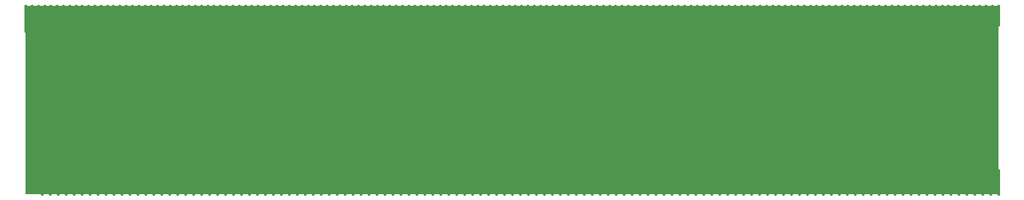
<source format=gbr>
%TF.GenerationSoftware,KiCad,Pcbnew,7.0.1*%
%TF.CreationDate,2023-09-01T22:28:08+01:00*%
%TF.ProjectId,Ruler_KiCad,52756c65-725f-44b6-9943-61642e6b6963,rev?*%
%TF.SameCoordinates,Original*%
%TF.FileFunction,Copper,L1,Top*%
%TF.FilePolarity,Positive*%
%FSLAX46Y46*%
G04 Gerber Fmt 4.6, Leading zero omitted, Abs format (unit mm)*
G04 Created by KiCad (PCBNEW 7.0.1) date 2023-09-01 22:28:08*
%MOMM*%
%LPD*%
G01*
G04 APERTURE LIST*
G04 Aperture macros list*
%AMRoundRect*
0 Rectangle with rounded corners*
0 $1 Rounding radius*
0 $2 $3 $4 $5 $6 $7 $8 $9 X,Y pos of 4 corners*
0 Add a 4 corners polygon primitive as box body*
4,1,4,$2,$3,$4,$5,$6,$7,$8,$9,$2,$3,0*
0 Add four circle primitives for the rounded corners*
1,1,$1+$1,$2,$3*
1,1,$1+$1,$4,$5*
1,1,$1+$1,$6,$7*
1,1,$1+$1,$8,$9*
0 Add four rect primitives between the rounded corners*
20,1,$1+$1,$2,$3,$4,$5,0*
20,1,$1+$1,$4,$5,$6,$7,0*
20,1,$1+$1,$6,$7,$8,$9,0*
20,1,$1+$1,$8,$9,$2,$3,0*%
G04 Aperture macros list end*
%TA.AperFunction,EtchedComponent*%
%ADD10C,0.381000*%
%TD*%
%TA.AperFunction,ComponentPad*%
%ADD11R,0.850000X0.850000*%
%TD*%
%TA.AperFunction,ComponentPad*%
%ADD12O,0.850000X0.850000*%
%TD*%
%TA.AperFunction,ComponentPad*%
%ADD13R,1.000000X1.000000*%
%TD*%
%TA.AperFunction,ComponentPad*%
%ADD14O,1.000000X1.000000*%
%TD*%
%TA.AperFunction,ComponentPad*%
%ADD15C,7.500000*%
%TD*%
%TA.AperFunction,ComponentPad*%
%ADD16C,11.000000*%
%TD*%
%TA.AperFunction,ComponentPad*%
%ADD17C,4.700000*%
%TD*%
%TA.AperFunction,SMDPad,CuDef*%
%ADD18RoundRect,0.135000X-0.135000X-0.185000X0.135000X-0.185000X0.135000X0.185000X-0.135000X0.185000X0*%
%TD*%
%TA.AperFunction,SMDPad,CuDef*%
%ADD19RoundRect,0.100000X-0.130000X-0.100000X0.130000X-0.100000X0.130000X0.100000X-0.130000X0.100000X0*%
%TD*%
%TA.AperFunction,ComponentPad*%
%ADD20C,3.800000*%
%TD*%
%TA.AperFunction,SMDPad,CuDef*%
%ADD21RoundRect,0.250000X-0.312500X-0.625000X0.312500X-0.625000X0.312500X0.625000X-0.312500X0.625000X0*%
%TD*%
%TA.AperFunction,ComponentPad*%
%ADD22R,1.350000X1.350000*%
%TD*%
%TA.AperFunction,ComponentPad*%
%ADD23O,1.350000X1.350000*%
%TD*%
%TA.AperFunction,ComponentPad*%
%ADD24C,5.600000*%
%TD*%
%TA.AperFunction,ComponentPad*%
%ADD25R,1.700000X1.700000*%
%TD*%
%TA.AperFunction,ComponentPad*%
%ADD26O,1.700000X1.700000*%
%TD*%
%TA.AperFunction,ComponentPad*%
%ADD27C,9.200000*%
%TD*%
%TA.AperFunction,SMDPad,CuDef*%
%ADD28RoundRect,0.200000X-0.200000X-0.275000X0.200000X-0.275000X0.200000X0.275000X-0.200000X0.275000X0*%
%TD*%
%TA.AperFunction,SMDPad,CuDef*%
%ADD29RoundRect,0.250000X-0.262500X-0.450000X0.262500X-0.450000X0.262500X0.450000X-0.262500X0.450000X0*%
%TD*%
G04 APERTURE END LIST*
%TA.AperFunction,NonConductor*%
G36*
X75000000Y-85000000D02*
G01*
X230000000Y-85000000D01*
X230000000Y-115000000D01*
X75000000Y-115000000D01*
X75000000Y-85000000D01*
G37*
%TD.AperFunction*%
D10*
%TO.C,REF\u002A\u002A*%
X75000000Y-85000000D02*
X75000000Y-89000000D01*
X76000760Y-85000000D02*
X76000000Y-87000000D01*
X76998980Y-85000000D02*
X77000000Y-87000000D01*
X77999740Y-85000000D02*
X77999740Y-87000000D01*
X79000500Y-85000000D02*
X79000000Y-87000000D01*
X80001260Y-85000000D02*
X80001260Y-88000000D01*
X80999480Y-85000000D02*
X80999480Y-87000000D01*
X82000240Y-85000000D02*
X82000240Y-87000000D01*
X83001000Y-85000000D02*
X83000000Y-87000000D01*
X83999220Y-85000000D02*
X83999220Y-87000000D01*
X84999980Y-85000000D02*
X85000000Y-89000000D01*
X86000760Y-85000000D02*
X86000000Y-87000000D01*
X86998980Y-85000000D02*
X87000000Y-87000000D01*
X87999740Y-85000000D02*
X87999740Y-87000000D01*
X89000500Y-85000000D02*
X89000000Y-87000000D01*
X90001260Y-85000000D02*
X90001260Y-88000000D01*
X90999480Y-85000000D02*
X90999480Y-87000000D01*
X92000240Y-85000000D02*
X92000240Y-87000000D01*
X93001000Y-85000000D02*
X93000000Y-87000000D01*
X93999220Y-85000000D02*
X93999220Y-87000000D01*
X94999980Y-85000000D02*
X95000000Y-89000000D01*
X96000760Y-85000000D02*
X96000000Y-87000000D01*
X96998980Y-85000000D02*
X97000000Y-87000000D01*
X97999740Y-85000000D02*
X97999740Y-87000000D01*
X99000500Y-85000000D02*
X99000000Y-87000000D01*
X100001260Y-85000000D02*
X100001260Y-88000000D01*
X100999480Y-85000000D02*
X100999480Y-87000000D01*
X102000240Y-85000000D02*
X102000240Y-87000000D01*
X103001000Y-85000000D02*
X103000000Y-87000000D01*
X103999220Y-85000000D02*
X103999220Y-87000000D01*
X104999980Y-85000000D02*
X105000000Y-89000000D01*
X106000760Y-85000000D02*
X106000000Y-87000000D01*
X106998980Y-85000000D02*
X107000000Y-87000000D01*
X107999740Y-85000000D02*
X107999740Y-87000000D01*
X109000500Y-85000000D02*
X109000000Y-87000000D01*
X110001260Y-85000000D02*
X110001260Y-88000000D01*
X110999480Y-85000000D02*
X110999480Y-87000000D01*
X112000240Y-85000000D02*
X112000240Y-87000000D01*
X113001000Y-85000000D02*
X113000000Y-87000000D01*
X113999220Y-85000000D02*
X113999220Y-87000000D01*
X114999980Y-85000000D02*
X115000000Y-89000000D01*
X116000760Y-85000000D02*
X116000000Y-87000000D01*
X116998980Y-85000000D02*
X117000000Y-87000000D01*
X117999740Y-85000000D02*
X117999740Y-87000000D01*
X119000500Y-85000000D02*
X119000000Y-87000000D01*
X120001260Y-85000000D02*
X120001260Y-88000000D01*
X120999480Y-85000000D02*
X120999480Y-87000000D01*
X122000240Y-85000000D02*
X122000240Y-87000000D01*
X123001000Y-85000000D02*
X123000000Y-87000000D01*
X123999220Y-85000000D02*
X123999220Y-87000000D01*
X124999980Y-85000000D02*
X125000000Y-89000000D01*
X126000760Y-85000000D02*
X126000000Y-87000000D01*
X126998980Y-85000000D02*
X127000000Y-87000000D01*
X127999740Y-85000000D02*
X127999740Y-87000000D01*
X129000500Y-85000000D02*
X129000000Y-87000000D01*
X130001260Y-85000000D02*
X130001260Y-88000000D01*
X130999480Y-85000000D02*
X130999480Y-87000000D01*
X132000240Y-85000000D02*
X132000240Y-87000000D01*
X133001000Y-85000000D02*
X133000000Y-87000000D01*
X133999220Y-85000000D02*
X133999220Y-87000000D01*
X134999980Y-85000000D02*
X135000000Y-89000000D01*
X136000760Y-85000000D02*
X136000000Y-87000000D01*
X136998980Y-85000000D02*
X137000000Y-87000000D01*
X137999740Y-85000000D02*
X137999740Y-87000000D01*
X139000500Y-85000000D02*
X139000000Y-87000000D01*
X140001260Y-85000000D02*
X140001260Y-88000000D01*
X140999480Y-85000000D02*
X140999480Y-87000000D01*
X142000240Y-85000000D02*
X142000240Y-87000000D01*
X143001000Y-85000000D02*
X143000000Y-87000000D01*
X143999220Y-85000000D02*
X143999220Y-87000000D01*
X144999980Y-85000000D02*
X145000000Y-89000000D01*
X146000760Y-85000000D02*
X146000000Y-87000000D01*
X146998980Y-85000000D02*
X147000000Y-87000000D01*
X147999740Y-85000000D02*
X147999740Y-87000000D01*
X149000500Y-85000000D02*
X149000000Y-87000000D01*
X150001260Y-85000000D02*
X150001260Y-88000000D01*
X150999480Y-85000000D02*
X150999480Y-87000000D01*
X152000240Y-85000000D02*
X152000240Y-87000000D01*
X153001000Y-85000000D02*
X153000000Y-87000000D01*
X153999220Y-85000000D02*
X153999220Y-87000000D01*
X154999980Y-85000000D02*
X155000000Y-89000000D01*
X156000760Y-85000000D02*
X156000000Y-87000000D01*
X156998980Y-85000000D02*
X157000000Y-87000000D01*
X157999740Y-85000000D02*
X157999740Y-87000000D01*
X159000500Y-85000000D02*
X159000000Y-87000000D01*
X160001260Y-85000000D02*
X160001260Y-88000000D01*
X160999480Y-85000000D02*
X160999480Y-87000000D01*
X162000240Y-85000000D02*
X162000240Y-87000000D01*
X163001000Y-85000000D02*
X163000000Y-87000000D01*
X163999220Y-85000000D02*
X163999220Y-87000000D01*
X164999980Y-85000000D02*
X165000000Y-89000000D01*
X166000760Y-85000000D02*
X166000000Y-87000000D01*
X166998980Y-85000000D02*
X167000000Y-87000000D01*
X167999740Y-85000000D02*
X167999740Y-87000000D01*
X169000500Y-85000000D02*
X169000000Y-87000000D01*
X170001260Y-85000000D02*
X170001260Y-88000000D01*
X170999480Y-85000000D02*
X170999480Y-87000000D01*
X172000240Y-85000000D02*
X172000240Y-87000000D01*
X173001000Y-85000000D02*
X173000000Y-87000000D01*
X173999220Y-85000000D02*
X173999220Y-87000000D01*
X174999980Y-85000000D02*
X175000000Y-89000000D01*
X176000760Y-85000000D02*
X176000000Y-87000000D01*
X176998980Y-85000000D02*
X177000000Y-87000000D01*
X177999740Y-85000000D02*
X177999740Y-87000000D01*
X179000500Y-85000000D02*
X179000000Y-87000000D01*
X180001260Y-85000000D02*
X180001260Y-88000000D01*
X180999480Y-85000000D02*
X180999480Y-87000000D01*
X182000240Y-85000000D02*
X182000240Y-87000000D01*
X183001000Y-85000000D02*
X183000000Y-87000000D01*
X183999220Y-85000000D02*
X183999220Y-87000000D01*
X184999980Y-85000000D02*
X185000000Y-89000000D01*
X186000760Y-85000000D02*
X186000000Y-87000000D01*
X186998980Y-85000000D02*
X187000000Y-87000000D01*
X187999740Y-85000000D02*
X187999740Y-87000000D01*
X189000500Y-85000000D02*
X189000000Y-87000000D01*
X190001260Y-85000000D02*
X190001260Y-88000000D01*
X190999480Y-85000000D02*
X190999480Y-87000000D01*
X192000240Y-85000000D02*
X192000240Y-87000000D01*
X193001000Y-85000000D02*
X193000000Y-87000000D01*
X193999220Y-85000000D02*
X193999220Y-87000000D01*
X194999980Y-85000000D02*
X195000000Y-89000000D01*
X196000760Y-85000000D02*
X196000000Y-87000000D01*
X196998980Y-85000000D02*
X197000000Y-87000000D01*
X197999740Y-85000000D02*
X197999740Y-87000000D01*
X199000500Y-85000000D02*
X199000000Y-87000000D01*
X200001260Y-85000000D02*
X200001260Y-88000000D01*
X200999480Y-85000000D02*
X200999480Y-87000000D01*
X202000240Y-85000000D02*
X202000240Y-87000000D01*
X203001000Y-85000000D02*
X203000000Y-87000000D01*
X203999220Y-85000000D02*
X203999220Y-87000000D01*
X204999980Y-85000000D02*
X205000000Y-89000000D01*
X206000760Y-85000000D02*
X206000000Y-87000000D01*
X206998980Y-85000000D02*
X207000000Y-87000000D01*
X207999740Y-85000000D02*
X207999740Y-87000000D01*
X209000500Y-85000000D02*
X209000000Y-87000000D01*
X210001260Y-85000000D02*
X210001260Y-88000000D01*
X210999480Y-85000000D02*
X210999480Y-87000000D01*
X212000240Y-85000000D02*
X212000240Y-87000000D01*
X213001000Y-85000000D02*
X213000000Y-87000000D01*
X213999220Y-85000000D02*
X213999220Y-87000000D01*
X214999980Y-85000000D02*
X215000000Y-89000000D01*
X216000760Y-85000000D02*
X216000000Y-87000000D01*
X216998980Y-85000000D02*
X217000000Y-87000000D01*
X217999740Y-85000000D02*
X217999740Y-87000000D01*
X219000500Y-85000000D02*
X219000000Y-87000000D01*
X220001260Y-85000000D02*
X220001260Y-88000000D01*
X220999480Y-85000000D02*
X220999480Y-87000000D01*
X222000240Y-85000000D02*
X222000240Y-87000000D01*
X223001000Y-85000000D02*
X223000000Y-87000000D01*
X223999220Y-85000000D02*
X223999220Y-87000000D01*
X224999980Y-85000000D02*
X225000000Y-89000000D01*
X226000360Y-85000000D02*
X225999600Y-87000000D01*
X226998580Y-85000000D02*
X226999600Y-87000000D01*
X227999340Y-85000000D02*
X227999340Y-87000000D01*
X229000100Y-85000000D02*
X228999600Y-87000000D01*
X230000000Y-85000000D02*
X230000000Y-88000000D01*
X230000000Y-115000000D02*
X230000000Y-111190000D01*
X228730000Y-115000000D02*
X228730000Y-113095000D01*
X227460000Y-113095000D02*
X227460000Y-115000000D01*
X226190000Y-113095000D02*
X226190000Y-115000000D01*
X224920000Y-113095000D02*
X224920000Y-115000000D01*
X223650000Y-115000000D02*
X223650000Y-112460000D01*
X222380000Y-115000000D02*
X222380000Y-113095000D01*
X221110000Y-113095000D02*
X221110000Y-115000000D01*
X219840000Y-113095000D02*
X219840000Y-115000000D01*
X218570000Y-113095000D02*
X218570000Y-115000000D01*
X217300000Y-115000000D02*
X217300000Y-112460000D01*
X216030000Y-115000000D02*
X216030000Y-113095000D01*
X214760000Y-113095000D02*
X214760000Y-115000000D01*
X213490000Y-113095000D02*
X213490000Y-115000000D01*
X212220000Y-113095000D02*
X212220000Y-115000000D01*
X210950000Y-115000000D02*
X210950000Y-112460000D01*
X209680000Y-115000000D02*
X209680000Y-113095000D01*
X208410000Y-113095000D02*
X208410000Y-115000000D01*
X207140000Y-113095000D02*
X207140000Y-115000000D01*
X205870000Y-113095000D02*
X205870000Y-115000000D01*
X204600000Y-115000000D02*
X204600000Y-111190000D01*
X203330000Y-115000000D02*
X203330000Y-113095000D01*
X202060000Y-113095000D02*
X202060000Y-115000000D01*
X200790000Y-113095000D02*
X200790000Y-115000000D01*
X199520000Y-113095000D02*
X199520000Y-115000000D01*
X198250000Y-115000000D02*
X198250000Y-112460000D01*
X196980000Y-115000000D02*
X196980000Y-113095000D01*
X195710000Y-113095000D02*
X195710000Y-115000000D01*
X194440000Y-113095000D02*
X194440000Y-115000000D01*
X193170000Y-113095000D02*
X193170000Y-115000000D01*
X191900000Y-115000000D02*
X191900000Y-112460000D01*
X190630000Y-115000000D02*
X190630000Y-113095000D01*
X189360000Y-113095000D02*
X189360000Y-115000000D01*
X188090000Y-113095000D02*
X188090000Y-115000000D01*
X186820000Y-113095000D02*
X186820000Y-115000000D01*
X185550000Y-115000000D02*
X185550000Y-112460000D01*
X184280000Y-115000000D02*
X184280000Y-113095000D01*
X183010000Y-113095000D02*
X183010000Y-115000000D01*
X181740000Y-113095000D02*
X181740000Y-115000000D01*
X180470000Y-113095000D02*
X180470000Y-115000000D01*
X179200000Y-115000000D02*
X179200000Y-111190000D01*
X177930000Y-115000000D02*
X177930000Y-113095000D01*
X176660000Y-113095000D02*
X176660000Y-115000000D01*
X175390000Y-113095000D02*
X175390000Y-115000000D01*
X174120000Y-113095000D02*
X174120000Y-115000000D01*
X172850000Y-115000000D02*
X172850000Y-112460000D01*
X171580000Y-115000000D02*
X171580000Y-113095000D01*
X170310000Y-113095000D02*
X170310000Y-115000000D01*
X169040000Y-113095000D02*
X169040000Y-115000000D01*
X167770000Y-113095000D02*
X167770000Y-115000000D01*
X166500000Y-115000000D02*
X166500000Y-112460000D01*
X165230000Y-115000000D02*
X165230000Y-113095000D01*
X163960000Y-113095000D02*
X163960000Y-115000000D01*
X162690000Y-113095000D02*
X162690000Y-115000000D01*
X161420000Y-113095000D02*
X161420000Y-115000000D01*
X160150000Y-115000000D02*
X160150000Y-112460000D01*
X158880000Y-115000000D02*
X158880000Y-113095000D01*
X157610000Y-113095000D02*
X157610000Y-115000000D01*
X156340000Y-113095000D02*
X156340000Y-115000000D01*
X155070000Y-113095000D02*
X155070000Y-115000000D01*
X153800000Y-115000000D02*
X153800000Y-111190000D01*
X152530000Y-115000000D02*
X152530000Y-113095000D01*
X151260000Y-113095000D02*
X151260000Y-115000000D01*
X149990000Y-113095000D02*
X149990000Y-115000000D01*
X148720000Y-113095000D02*
X148720000Y-115000000D01*
X147450000Y-115000000D02*
X147450000Y-112460000D01*
X146180000Y-115000000D02*
X146180000Y-113095000D01*
X144910000Y-113095000D02*
X144910000Y-115000000D01*
X143640000Y-113095000D02*
X143640000Y-115000000D01*
X142370000Y-113095000D02*
X142370000Y-115000000D01*
X141100000Y-115000000D02*
X141100000Y-112460000D01*
X139830000Y-115000000D02*
X139830000Y-113095000D01*
X138560000Y-113095000D02*
X138560000Y-115000000D01*
X137290000Y-113095000D02*
X137290000Y-115000000D01*
X136020000Y-113095000D02*
X136020000Y-115000000D01*
X134750000Y-115000000D02*
X134750000Y-112460000D01*
X133480000Y-115000000D02*
X133480000Y-113095000D01*
X132210000Y-113095000D02*
X132210000Y-115000000D01*
X130940000Y-113095000D02*
X130940000Y-115000000D01*
X129670000Y-113095000D02*
X129670000Y-115000000D01*
X128400000Y-115000000D02*
X128400000Y-111190000D01*
X127130000Y-115000000D02*
X127130000Y-113095000D01*
X125860000Y-113095000D02*
X125860000Y-115000000D01*
X124590000Y-113095000D02*
X124590000Y-115000000D01*
X123320000Y-113095000D02*
X123320000Y-115000000D01*
X122050000Y-115000000D02*
X122050000Y-112460000D01*
X120780000Y-115000000D02*
X120780000Y-113095000D01*
X119510000Y-113095000D02*
X119510000Y-115000000D01*
X118240000Y-113095000D02*
X118240000Y-115000000D01*
X116970000Y-113095000D02*
X116970000Y-115000000D01*
X115700000Y-115000000D02*
X115700000Y-112460000D01*
X114430000Y-115000000D02*
X114430000Y-113095000D01*
X113160000Y-113095000D02*
X113160000Y-115000000D01*
X111890000Y-113095000D02*
X111890000Y-115000000D01*
X110620000Y-113095000D02*
X110620000Y-115000000D01*
X109350000Y-115000000D02*
X109350000Y-112460000D01*
X108080000Y-115000000D02*
X108080000Y-113095000D01*
X106810000Y-113095000D02*
X106810000Y-115000000D01*
X105540000Y-113095000D02*
X105540000Y-115000000D01*
X104270000Y-113095000D02*
X104270000Y-115000000D01*
X103000000Y-115000000D02*
X103000000Y-111190000D01*
X101730000Y-115000000D02*
X101730000Y-113095000D01*
X100460000Y-113095000D02*
X100460000Y-115000000D01*
X99190000Y-113095000D02*
X99190000Y-115000000D01*
X97920000Y-113095000D02*
X97920000Y-115000000D01*
X96650000Y-115000000D02*
X96650000Y-112460000D01*
X95380000Y-115000000D02*
X95380000Y-113095000D01*
X94110000Y-113095000D02*
X94110000Y-115000000D01*
X92840000Y-113095000D02*
X92840000Y-115000000D01*
X91570000Y-113095000D02*
X91570000Y-115000000D01*
X90300000Y-115000000D02*
X90300000Y-112460000D01*
X89030000Y-115000000D02*
X89030000Y-113095000D01*
X87760000Y-113095000D02*
X87760000Y-115000000D01*
X86490000Y-113095000D02*
X86490000Y-115000000D01*
X85220000Y-113095000D02*
X85220000Y-115000000D01*
X83950000Y-115000000D02*
X83950000Y-112460000D01*
X82680000Y-115000000D02*
X82680000Y-113095000D01*
X81410000Y-113095000D02*
X81410000Y-115000000D01*
X80140000Y-113095000D02*
X80140000Y-115000000D01*
X78870000Y-113095000D02*
X78870000Y-115000000D01*
X77600000Y-115000000D02*
X77600000Y-111190000D01*
G36*
X105483000Y-95677600D02*
G01*
X119499000Y-95677600D01*
X119499000Y-96439600D01*
X105483000Y-96439600D01*
X105483000Y-95677600D01*
G37*
G36*
X105491000Y-97757600D02*
G01*
X119491000Y-97757600D01*
X119491000Y-98367200D01*
X105491000Y-98367200D01*
X105491000Y-97757600D01*
G37*
G36*
X105491000Y-99847600D02*
G01*
X119491000Y-99847600D01*
X119491000Y-100305200D01*
X105491000Y-100305200D01*
X105491000Y-99847600D01*
G37*
G36*
X105491000Y-103927600D02*
G01*
X119491000Y-103927600D01*
X119491000Y-104181200D01*
X105491000Y-104181200D01*
X105491000Y-103927600D01*
G37*
G36*
X105493000Y-93547600D02*
G01*
X119509000Y-93547600D01*
X119509000Y-94563600D01*
X105493000Y-94563600D01*
X105493000Y-93547600D01*
G37*
G36*
X105501000Y-101902400D02*
G01*
X119501000Y-101902400D01*
X119501000Y-102207600D01*
X105501000Y-102207600D01*
X105501000Y-101902400D01*
G37*
G36*
X105501000Y-106002600D02*
G01*
X119501000Y-106002600D01*
X119501000Y-106205400D01*
X105501000Y-106205400D01*
X105501000Y-106002600D01*
G37*
G36*
X105501000Y-108037600D02*
G01*
X119501000Y-108037600D01*
X119501000Y-108190400D01*
X105501000Y-108190400D01*
X105501000Y-108037600D01*
G37*
%TD*%
D11*
%TO.P,REF\u002A\u002A,1*%
%TO.N,N/C*%
X174500000Y-95150000D03*
D12*
%TO.P,REF\u002A\u002A,2*%
X175500000Y-95150000D03*
%TO.P,REF\u002A\u002A,3*%
X176500000Y-95150000D03*
%TO.P,REF\u002A\u002A,4*%
X177500000Y-95150000D03*
%TD*%
D13*
%TO.P,REF\u002A\u002A,1*%
%TO.N,N/C*%
X173460000Y-99150000D03*
D14*
%TO.P,REF\u002A\u002A,2*%
X174730000Y-99150000D03*
%TO.P,REF\u002A\u002A,3*%
X176000000Y-99150000D03*
%TO.P,REF\u002A\u002A,4*%
X177270000Y-99150000D03*
%TD*%
D15*
%TO.P,REF\u002A\u002A,1*%
%TO.N,N/C*%
X201000000Y-100000000D03*
%TD*%
D16*
%TO.P,REF\u002A\u002A,1*%
%TO.N,N/C*%
X221500000Y-99900000D03*
%TD*%
D17*
%TO.P,REF\u002A\u002A,1*%
%TO.N,N/C*%
X187500000Y-100000000D03*
%TD*%
D18*
%TO.P,REF\u002A\u002A,1*%
%TO.N,N/C*%
X79990000Y-104800000D03*
%TO.P,REF\u002A\u002A,2*%
X81010000Y-104800000D03*
%TD*%
D19*
%TO.P,REF\u002A\u002A,1*%
%TO.N,N/C*%
X80180000Y-106200000D03*
%TO.P,REF\u002A\u002A,2*%
X80820000Y-106200000D03*
%TD*%
D20*
%TO.P,REF\u002A\u002A,1*%
%TO.N,N/C*%
X182500000Y-100000000D03*
%TD*%
D21*
%TO.P,REF\u002A\u002A,1*%
%TO.N,N/C*%
X79037500Y-98300000D03*
%TO.P,REF\u002A\u002A,2*%
X81962500Y-98300000D03*
%TD*%
D22*
%TO.P,REF\u002A\u002A,1*%
%TO.N,N/C*%
X171000000Y-103150000D03*
D23*
%TO.P,REF\u002A\u002A,2*%
X173000000Y-103150000D03*
%TO.P,REF\u002A\u002A,3*%
X175000000Y-103150000D03*
%TO.P,REF\u002A\u002A,4*%
X177000000Y-103150000D03*
%TD*%
D24*
%TO.P,REF\u002A\u002A,1*%
%TO.N,N/C*%
X193500000Y-100000000D03*
%TD*%
D25*
%TO.P,REF\u002A\u002A,1*%
%TO.N,N/C*%
X169450000Y-107150000D03*
D26*
%TO.P,REF\u002A\u002A,2*%
X171990000Y-107150000D03*
%TO.P,REF\u002A\u002A,3*%
X174530000Y-107150000D03*
%TO.P,REF\u002A\u002A,4*%
X177070000Y-107150000D03*
%TD*%
D27*
%TO.P,REF\u002A\u002A,1*%
%TO.N,N/C*%
X210500000Y-100000000D03*
%TD*%
D28*
%TO.P,REF\u002A\u002A,1*%
%TO.N,N/C*%
X79675000Y-103100000D03*
%TO.P,REF\u002A\u002A,2*%
X81325000Y-103100000D03*
%TD*%
D29*
%TO.P,REF\u002A\u002A,1*%
%TO.N,N/C*%
X79587500Y-100900000D03*
%TO.P,REF\u002A\u002A,2*%
X81412500Y-100900000D03*
%TD*%
M02*

</source>
